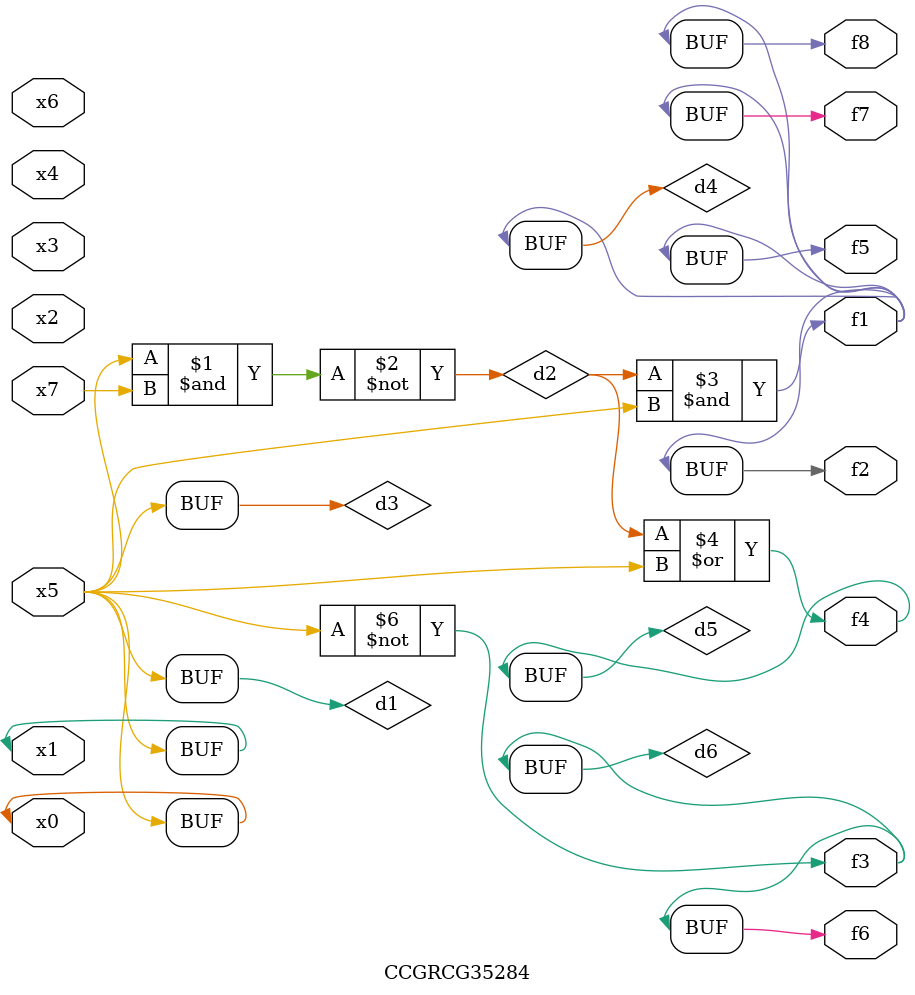
<source format=v>
module CCGRCG35284(
	input x0, x1, x2, x3, x4, x5, x6, x7,
	output f1, f2, f3, f4, f5, f6, f7, f8
);

	wire d1, d2, d3, d4, d5, d6;

	buf (d1, x0, x5);
	nand (d2, x5, x7);
	buf (d3, x0, x1);
	and (d4, d2, d3);
	or (d5, d2, d3);
	nor (d6, d1, d3);
	assign f1 = d4;
	assign f2 = d4;
	assign f3 = d6;
	assign f4 = d5;
	assign f5 = d4;
	assign f6 = d6;
	assign f7 = d4;
	assign f8 = d4;
endmodule

</source>
